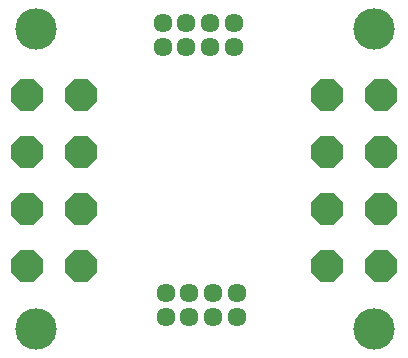
<source format=gbs>
G75*
%MOIN*%
%OFA0B0*%
%FSLAX25Y25*%
%IPPOS*%
%LPD*%
%AMOC8*
5,1,8,0,0,1.08239X$1,22.5*
%
%ADD10C,0.13800*%
%ADD11OC8,0.10800*%
%ADD12C,0.06343*%
D10*
X0012250Y0012250D03*
X0012250Y0112250D03*
X0124750Y0112250D03*
X0124750Y0012250D03*
D11*
X0127250Y0033250D03*
X0109250Y0033250D03*
X0109250Y0052250D03*
X0127250Y0052250D03*
X0127250Y0071250D03*
X0109250Y0071250D03*
X0109250Y0090250D03*
X0127250Y0090250D03*
X0027250Y0090250D03*
X0009250Y0090250D03*
X0009250Y0071250D03*
X0027250Y0071250D03*
X0027250Y0052250D03*
X0009250Y0052250D03*
X0009250Y0033250D03*
X0027250Y0033250D03*
D12*
X0055439Y0024187D03*
X0063313Y0024187D03*
X0071187Y0024187D03*
X0071187Y0016313D03*
X0063313Y0016313D03*
X0055439Y0016313D03*
X0079061Y0016313D03*
X0079061Y0024187D03*
X0078061Y0106313D03*
X0070187Y0106313D03*
X0070187Y0114187D03*
X0078061Y0114187D03*
X0062313Y0114187D03*
X0062313Y0106313D03*
X0054439Y0106313D03*
X0054439Y0114187D03*
M02*

</source>
